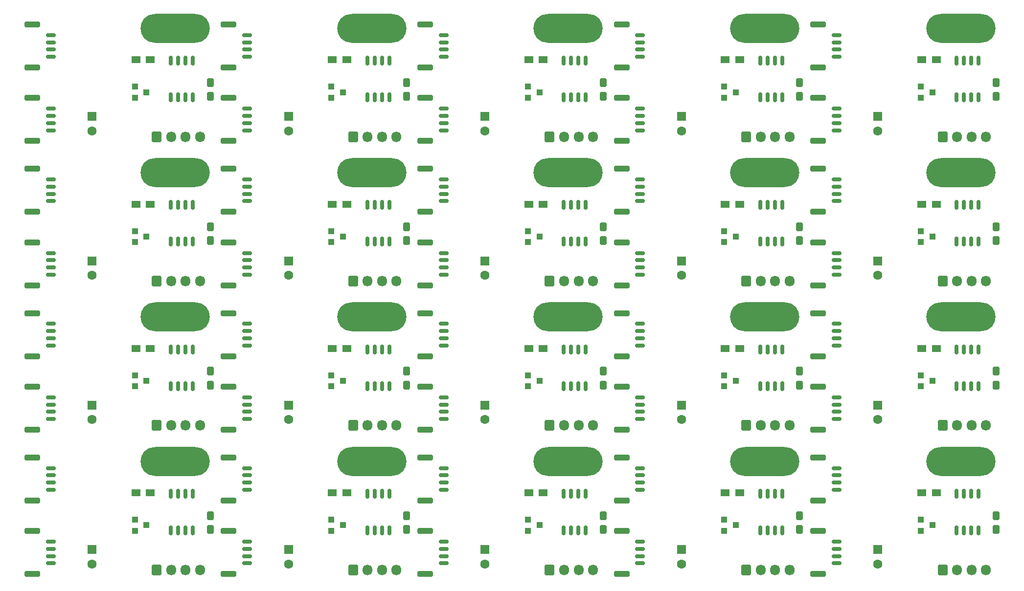
<source format=gbr>
%TF.GenerationSoftware,KiCad,Pcbnew,8.0.4*%
%TF.CreationDate,2024-11-04T15:17:51+09:00*%
%TF.ProjectId,L-CON RS485 V2.0,4c2d434f-4e20-4525-9334-38352056322e,rev?*%
%TF.SameCoordinates,Original*%
%TF.FileFunction,Soldermask,Top*%
%TF.FilePolarity,Negative*%
%FSLAX46Y46*%
G04 Gerber Fmt 4.6, Leading zero omitted, Abs format (unit mm)*
G04 Created by KiCad (PCBNEW 8.0.4) date 2024-11-04 15:17:51*
%MOMM*%
%LPD*%
G01*
G04 APERTURE LIST*
G04 Aperture macros list*
%AMRoundRect*
0 Rectangle with rounded corners*
0 $1 Rounding radius*
0 $2 $3 $4 $5 $6 $7 $8 $9 X,Y pos of 4 corners*
0 Add a 4 corners polygon primitive as box body*
4,1,4,$2,$3,$4,$5,$6,$7,$8,$9,$2,$3,0*
0 Add four circle primitives for the rounded corners*
1,1,$1+$1,$2,$3*
1,1,$1+$1,$4,$5*
1,1,$1+$1,$6,$7*
1,1,$1+$1,$8,$9*
0 Add four rect primitives between the rounded corners*
20,1,$1+$1,$2,$3,$4,$5,0*
20,1,$1+$1,$4,$5,$6,$7,0*
20,1,$1+$1,$6,$7,$8,$9,0*
20,1,$1+$1,$8,$9,$2,$3,0*%
G04 Aperture macros list end*
%ADD10RoundRect,0.249900X-0.600100X-0.675100X0.600100X-0.675100X0.600100X0.675100X-0.600100X0.675100X0*%
%ADD11O,1.700000X1.850000*%
%ADD12R,1.600000X1.600000*%
%ADD13C,1.600000*%
%ADD14RoundRect,0.163800X-0.136200X0.711200X-0.136200X-0.711200X0.136200X-0.711200X0.136200X0.711200X0*%
%ADD15RoundRect,0.150000X-0.700000X0.150000X-0.700000X-0.150000X0.700000X-0.150000X0.700000X0.150000X0*%
%ADD16RoundRect,0.250000X-1.100000X0.250000X-1.100000X-0.250000X1.100000X-0.250000X1.100000X0.250000X0*%
%ADD17R,1.500000X1.250000*%
%ADD18R,1.100000X1.000000*%
%ADD19O,12.000000X5.000000*%
%ADD20RoundRect,0.312500X-0.312500X0.437500X-0.312500X-0.437500X0.312500X-0.437500X0.312500X0.437500X0*%
G04 APERTURE END LIST*
D10*
%TO.C,J11*%
X198750000Y-141000000D03*
D11*
X201250000Y-141000000D03*
X203750000Y-141000000D03*
X206250000Y-141000000D03*
%TD*%
D12*
%TO.C,C7*%
X187562000Y-137484000D03*
D13*
X187562000Y-139984000D03*
%TD*%
D14*
%TO.C,U4*%
X205000000Y-127825000D03*
X203730000Y-127825000D03*
X202460000Y-127825000D03*
X201190000Y-127825000D03*
X201190000Y-134175000D03*
X202460000Y-134175000D03*
X203730000Y-134175000D03*
X205000000Y-134175000D03*
%TD*%
D15*
%TO.C,J1*%
X180410000Y-136135000D03*
X180410000Y-137385000D03*
X180410000Y-138635000D03*
X180410000Y-139885000D03*
D16*
X177210000Y-134285000D03*
X177210000Y-141735000D03*
%TD*%
D17*
%TO.C,D6*%
X195140000Y-127670000D03*
X197640000Y-127670000D03*
%TD*%
D18*
%TO.C,D1*%
X194975000Y-132325000D03*
X194975000Y-134225000D03*
X196975000Y-133275000D03*
%TD*%
D15*
%TO.C,J4*%
X180400000Y-123395000D03*
X180400000Y-124645000D03*
X180400000Y-125895000D03*
X180400000Y-127145000D03*
D16*
X177200000Y-121545000D03*
X177200000Y-128995000D03*
%TD*%
D19*
%TO.C,J3*%
X201950000Y-122200000D03*
%TD*%
D20*
%TO.C,C3*%
X208000000Y-131600000D03*
X208000000Y-134000000D03*
%TD*%
D10*
%TO.C,J11*%
X164750000Y-141000000D03*
D11*
X167250000Y-141000000D03*
X169750000Y-141000000D03*
X172250000Y-141000000D03*
%TD*%
D12*
%TO.C,C7*%
X153562000Y-137484000D03*
D13*
X153562000Y-139984000D03*
%TD*%
D14*
%TO.C,U4*%
X171000000Y-127825000D03*
X169730000Y-127825000D03*
X168460000Y-127825000D03*
X167190000Y-127825000D03*
X167190000Y-134175000D03*
X168460000Y-134175000D03*
X169730000Y-134175000D03*
X171000000Y-134175000D03*
%TD*%
D15*
%TO.C,J1*%
X146410000Y-136135000D03*
X146410000Y-137385000D03*
X146410000Y-138635000D03*
X146410000Y-139885000D03*
D16*
X143210000Y-134285000D03*
X143210000Y-141735000D03*
%TD*%
D17*
%TO.C,D6*%
X161140000Y-127670000D03*
X163640000Y-127670000D03*
%TD*%
D18*
%TO.C,D1*%
X160975000Y-132325000D03*
X160975000Y-134225000D03*
X162975000Y-133275000D03*
%TD*%
D15*
%TO.C,J4*%
X146400000Y-123395000D03*
X146400000Y-124645000D03*
X146400000Y-125895000D03*
X146400000Y-127145000D03*
D16*
X143200000Y-121545000D03*
X143200000Y-128995000D03*
%TD*%
D19*
%TO.C,J3*%
X167950000Y-122200000D03*
%TD*%
D20*
%TO.C,C3*%
X174000000Y-131600000D03*
X174000000Y-134000000D03*
%TD*%
D10*
%TO.C,J11*%
X130750000Y-141000000D03*
D11*
X133250000Y-141000000D03*
X135750000Y-141000000D03*
X138250000Y-141000000D03*
%TD*%
D12*
%TO.C,C7*%
X119562000Y-137484000D03*
D13*
X119562000Y-139984000D03*
%TD*%
D14*
%TO.C,U4*%
X137000000Y-127825000D03*
X135730000Y-127825000D03*
X134460000Y-127825000D03*
X133190000Y-127825000D03*
X133190000Y-134175000D03*
X134460000Y-134175000D03*
X135730000Y-134175000D03*
X137000000Y-134175000D03*
%TD*%
D15*
%TO.C,J1*%
X112410000Y-136135000D03*
X112410000Y-137385000D03*
X112410000Y-138635000D03*
X112410000Y-139885000D03*
D16*
X109210000Y-134285000D03*
X109210000Y-141735000D03*
%TD*%
D17*
%TO.C,D6*%
X127140000Y-127670000D03*
X129640000Y-127670000D03*
%TD*%
D18*
%TO.C,D1*%
X126975000Y-132325000D03*
X126975000Y-134225000D03*
X128975000Y-133275000D03*
%TD*%
D15*
%TO.C,J4*%
X112400000Y-123395000D03*
X112400000Y-124645000D03*
X112400000Y-125895000D03*
X112400000Y-127145000D03*
D16*
X109200000Y-121545000D03*
X109200000Y-128995000D03*
%TD*%
D19*
%TO.C,J3*%
X133950000Y-122200000D03*
%TD*%
D20*
%TO.C,C3*%
X140000000Y-131600000D03*
X140000000Y-134000000D03*
%TD*%
D10*
%TO.C,J11*%
X96750000Y-141000000D03*
D11*
X99250000Y-141000000D03*
X101750000Y-141000000D03*
X104250000Y-141000000D03*
%TD*%
D12*
%TO.C,C7*%
X85562000Y-137484000D03*
D13*
X85562000Y-139984000D03*
%TD*%
D14*
%TO.C,U4*%
X103000000Y-127825000D03*
X101730000Y-127825000D03*
X100460000Y-127825000D03*
X99190000Y-127825000D03*
X99190000Y-134175000D03*
X100460000Y-134175000D03*
X101730000Y-134175000D03*
X103000000Y-134175000D03*
%TD*%
D15*
%TO.C,J1*%
X78410000Y-136135000D03*
X78410000Y-137385000D03*
X78410000Y-138635000D03*
X78410000Y-139885000D03*
D16*
X75210000Y-134285000D03*
X75210000Y-141735000D03*
%TD*%
D17*
%TO.C,D6*%
X93140000Y-127670000D03*
X95640000Y-127670000D03*
%TD*%
D18*
%TO.C,D1*%
X92975000Y-132325000D03*
X92975000Y-134225000D03*
X94975000Y-133275000D03*
%TD*%
D15*
%TO.C,J4*%
X78400000Y-123395000D03*
X78400000Y-124645000D03*
X78400000Y-125895000D03*
X78400000Y-127145000D03*
D16*
X75200000Y-121545000D03*
X75200000Y-128995000D03*
%TD*%
D19*
%TO.C,J3*%
X99950000Y-122200000D03*
%TD*%
D20*
%TO.C,C3*%
X106000000Y-131600000D03*
X106000000Y-134000000D03*
%TD*%
D10*
%TO.C,J11*%
X62750000Y-141000000D03*
D11*
X65250000Y-141000000D03*
X67750000Y-141000000D03*
X70250000Y-141000000D03*
%TD*%
D12*
%TO.C,C7*%
X51562000Y-137484000D03*
D13*
X51562000Y-139984000D03*
%TD*%
D14*
%TO.C,U4*%
X69000000Y-127825000D03*
X67730000Y-127825000D03*
X66460000Y-127825000D03*
X65190000Y-127825000D03*
X65190000Y-134175000D03*
X66460000Y-134175000D03*
X67730000Y-134175000D03*
X69000000Y-134175000D03*
%TD*%
D15*
%TO.C,J1*%
X44410000Y-136135000D03*
X44410000Y-137385000D03*
X44410000Y-138635000D03*
X44410000Y-139885000D03*
D16*
X41210000Y-134285000D03*
X41210000Y-141735000D03*
%TD*%
D17*
%TO.C,D6*%
X59140000Y-127670000D03*
X61640000Y-127670000D03*
%TD*%
D18*
%TO.C,D1*%
X58975000Y-132325000D03*
X58975000Y-134225000D03*
X60975000Y-133275000D03*
%TD*%
D15*
%TO.C,J4*%
X44400000Y-123395000D03*
X44400000Y-124645000D03*
X44400000Y-125895000D03*
X44400000Y-127145000D03*
D16*
X41200000Y-121545000D03*
X41200000Y-128995000D03*
%TD*%
D19*
%TO.C,J3*%
X65950000Y-122200000D03*
%TD*%
D20*
%TO.C,C3*%
X72000000Y-131600000D03*
X72000000Y-134000000D03*
%TD*%
D10*
%TO.C,J11*%
X198750000Y-116000000D03*
D11*
X201250000Y-116000000D03*
X203750000Y-116000000D03*
X206250000Y-116000000D03*
%TD*%
D12*
%TO.C,C7*%
X187562000Y-112484000D03*
D13*
X187562000Y-114984000D03*
%TD*%
D14*
%TO.C,U4*%
X205000000Y-102825000D03*
X203730000Y-102825000D03*
X202460000Y-102825000D03*
X201190000Y-102825000D03*
X201190000Y-109175000D03*
X202460000Y-109175000D03*
X203730000Y-109175000D03*
X205000000Y-109175000D03*
%TD*%
D15*
%TO.C,J1*%
X180410000Y-111135000D03*
X180410000Y-112385000D03*
X180410000Y-113635000D03*
X180410000Y-114885000D03*
D16*
X177210000Y-109285000D03*
X177210000Y-116735000D03*
%TD*%
D17*
%TO.C,D6*%
X195140000Y-102670000D03*
X197640000Y-102670000D03*
%TD*%
D18*
%TO.C,D1*%
X194975000Y-107325000D03*
X194975000Y-109225000D03*
X196975000Y-108275000D03*
%TD*%
D15*
%TO.C,J4*%
X180400000Y-98395000D03*
X180400000Y-99645000D03*
X180400000Y-100895000D03*
X180400000Y-102145000D03*
D16*
X177200000Y-96545000D03*
X177200000Y-103995000D03*
%TD*%
D19*
%TO.C,J3*%
X201950000Y-97200000D03*
%TD*%
D20*
%TO.C,C3*%
X208000000Y-106600000D03*
X208000000Y-109000000D03*
%TD*%
D10*
%TO.C,J11*%
X164750000Y-116000000D03*
D11*
X167250000Y-116000000D03*
X169750000Y-116000000D03*
X172250000Y-116000000D03*
%TD*%
D12*
%TO.C,C7*%
X153562000Y-112484000D03*
D13*
X153562000Y-114984000D03*
%TD*%
D14*
%TO.C,U4*%
X171000000Y-102825000D03*
X169730000Y-102825000D03*
X168460000Y-102825000D03*
X167190000Y-102825000D03*
X167190000Y-109175000D03*
X168460000Y-109175000D03*
X169730000Y-109175000D03*
X171000000Y-109175000D03*
%TD*%
D15*
%TO.C,J1*%
X146410000Y-111135000D03*
X146410000Y-112385000D03*
X146410000Y-113635000D03*
X146410000Y-114885000D03*
D16*
X143210000Y-109285000D03*
X143210000Y-116735000D03*
%TD*%
D17*
%TO.C,D6*%
X161140000Y-102670000D03*
X163640000Y-102670000D03*
%TD*%
D18*
%TO.C,D1*%
X160975000Y-107325000D03*
X160975000Y-109225000D03*
X162975000Y-108275000D03*
%TD*%
D15*
%TO.C,J4*%
X146400000Y-98395000D03*
X146400000Y-99645000D03*
X146400000Y-100895000D03*
X146400000Y-102145000D03*
D16*
X143200000Y-96545000D03*
X143200000Y-103995000D03*
%TD*%
D19*
%TO.C,J3*%
X167950000Y-97200000D03*
%TD*%
D20*
%TO.C,C3*%
X174000000Y-106600000D03*
X174000000Y-109000000D03*
%TD*%
D10*
%TO.C,J11*%
X130750000Y-116000000D03*
D11*
X133250000Y-116000000D03*
X135750000Y-116000000D03*
X138250000Y-116000000D03*
%TD*%
D12*
%TO.C,C7*%
X119562000Y-112484000D03*
D13*
X119562000Y-114984000D03*
%TD*%
D14*
%TO.C,U4*%
X137000000Y-102825000D03*
X135730000Y-102825000D03*
X134460000Y-102825000D03*
X133190000Y-102825000D03*
X133190000Y-109175000D03*
X134460000Y-109175000D03*
X135730000Y-109175000D03*
X137000000Y-109175000D03*
%TD*%
D15*
%TO.C,J1*%
X112410000Y-111135000D03*
X112410000Y-112385000D03*
X112410000Y-113635000D03*
X112410000Y-114885000D03*
D16*
X109210000Y-109285000D03*
X109210000Y-116735000D03*
%TD*%
D17*
%TO.C,D6*%
X127140000Y-102670000D03*
X129640000Y-102670000D03*
%TD*%
D18*
%TO.C,D1*%
X126975000Y-107325000D03*
X126975000Y-109225000D03*
X128975000Y-108275000D03*
%TD*%
D15*
%TO.C,J4*%
X112400000Y-98395000D03*
X112400000Y-99645000D03*
X112400000Y-100895000D03*
X112400000Y-102145000D03*
D16*
X109200000Y-96545000D03*
X109200000Y-103995000D03*
%TD*%
D19*
%TO.C,J3*%
X133950000Y-97200000D03*
%TD*%
D20*
%TO.C,C3*%
X140000000Y-106600000D03*
X140000000Y-109000000D03*
%TD*%
D10*
%TO.C,J11*%
X96750000Y-116000000D03*
D11*
X99250000Y-116000000D03*
X101750000Y-116000000D03*
X104250000Y-116000000D03*
%TD*%
D12*
%TO.C,C7*%
X85562000Y-112484000D03*
D13*
X85562000Y-114984000D03*
%TD*%
D14*
%TO.C,U4*%
X103000000Y-102825000D03*
X101730000Y-102825000D03*
X100460000Y-102825000D03*
X99190000Y-102825000D03*
X99190000Y-109175000D03*
X100460000Y-109175000D03*
X101730000Y-109175000D03*
X103000000Y-109175000D03*
%TD*%
D15*
%TO.C,J1*%
X78410000Y-111135000D03*
X78410000Y-112385000D03*
X78410000Y-113635000D03*
X78410000Y-114885000D03*
D16*
X75210000Y-109285000D03*
X75210000Y-116735000D03*
%TD*%
D17*
%TO.C,D6*%
X93140000Y-102670000D03*
X95640000Y-102670000D03*
%TD*%
D18*
%TO.C,D1*%
X92975000Y-107325000D03*
X92975000Y-109225000D03*
X94975000Y-108275000D03*
%TD*%
D15*
%TO.C,J4*%
X78400000Y-98395000D03*
X78400000Y-99645000D03*
X78400000Y-100895000D03*
X78400000Y-102145000D03*
D16*
X75200000Y-96545000D03*
X75200000Y-103995000D03*
%TD*%
D19*
%TO.C,J3*%
X99950000Y-97200000D03*
%TD*%
D20*
%TO.C,C3*%
X106000000Y-106600000D03*
X106000000Y-109000000D03*
%TD*%
D10*
%TO.C,J11*%
X62750000Y-116000000D03*
D11*
X65250000Y-116000000D03*
X67750000Y-116000000D03*
X70250000Y-116000000D03*
%TD*%
D12*
%TO.C,C7*%
X51562000Y-112484000D03*
D13*
X51562000Y-114984000D03*
%TD*%
D14*
%TO.C,U4*%
X69000000Y-102825000D03*
X67730000Y-102825000D03*
X66460000Y-102825000D03*
X65190000Y-102825000D03*
X65190000Y-109175000D03*
X66460000Y-109175000D03*
X67730000Y-109175000D03*
X69000000Y-109175000D03*
%TD*%
D15*
%TO.C,J1*%
X44410000Y-111135000D03*
X44410000Y-112385000D03*
X44410000Y-113635000D03*
X44410000Y-114885000D03*
D16*
X41210000Y-109285000D03*
X41210000Y-116735000D03*
%TD*%
D17*
%TO.C,D6*%
X59140000Y-102670000D03*
X61640000Y-102670000D03*
%TD*%
D18*
%TO.C,D1*%
X58975000Y-107325000D03*
X58975000Y-109225000D03*
X60975000Y-108275000D03*
%TD*%
D15*
%TO.C,J4*%
X44400000Y-98395000D03*
X44400000Y-99645000D03*
X44400000Y-100895000D03*
X44400000Y-102145000D03*
D16*
X41200000Y-96545000D03*
X41200000Y-103995000D03*
%TD*%
D19*
%TO.C,J3*%
X65950000Y-97200000D03*
%TD*%
D20*
%TO.C,C3*%
X72000000Y-106600000D03*
X72000000Y-109000000D03*
%TD*%
D10*
%TO.C,J11*%
X198750000Y-91000000D03*
D11*
X201250000Y-91000000D03*
X203750000Y-91000000D03*
X206250000Y-91000000D03*
%TD*%
D12*
%TO.C,C7*%
X187562000Y-87484000D03*
D13*
X187562000Y-89984000D03*
%TD*%
D14*
%TO.C,U4*%
X205000000Y-77825000D03*
X203730000Y-77825000D03*
X202460000Y-77825000D03*
X201190000Y-77825000D03*
X201190000Y-84175000D03*
X202460000Y-84175000D03*
X203730000Y-84175000D03*
X205000000Y-84175000D03*
%TD*%
D15*
%TO.C,J1*%
X180410000Y-86135000D03*
X180410000Y-87385000D03*
X180410000Y-88635000D03*
X180410000Y-89885000D03*
D16*
X177210000Y-84285000D03*
X177210000Y-91735000D03*
%TD*%
D17*
%TO.C,D6*%
X195140000Y-77670000D03*
X197640000Y-77670000D03*
%TD*%
D18*
%TO.C,D1*%
X194975000Y-82325000D03*
X194975000Y-84225000D03*
X196975000Y-83275000D03*
%TD*%
D15*
%TO.C,J4*%
X180400000Y-73395000D03*
X180400000Y-74645000D03*
X180400000Y-75895000D03*
X180400000Y-77145000D03*
D16*
X177200000Y-71545000D03*
X177200000Y-78995000D03*
%TD*%
D19*
%TO.C,J3*%
X201950000Y-72200000D03*
%TD*%
D20*
%TO.C,C3*%
X208000000Y-81600000D03*
X208000000Y-84000000D03*
%TD*%
D10*
%TO.C,J11*%
X164750000Y-91000000D03*
D11*
X167250000Y-91000000D03*
X169750000Y-91000000D03*
X172250000Y-91000000D03*
%TD*%
D12*
%TO.C,C7*%
X153562000Y-87484000D03*
D13*
X153562000Y-89984000D03*
%TD*%
D14*
%TO.C,U4*%
X171000000Y-77825000D03*
X169730000Y-77825000D03*
X168460000Y-77825000D03*
X167190000Y-77825000D03*
X167190000Y-84175000D03*
X168460000Y-84175000D03*
X169730000Y-84175000D03*
X171000000Y-84175000D03*
%TD*%
D15*
%TO.C,J1*%
X146410000Y-86135000D03*
X146410000Y-87385000D03*
X146410000Y-88635000D03*
X146410000Y-89885000D03*
D16*
X143210000Y-84285000D03*
X143210000Y-91735000D03*
%TD*%
D17*
%TO.C,D6*%
X161140000Y-77670000D03*
X163640000Y-77670000D03*
%TD*%
D18*
%TO.C,D1*%
X160975000Y-82325000D03*
X160975000Y-84225000D03*
X162975000Y-83275000D03*
%TD*%
D15*
%TO.C,J4*%
X146400000Y-73395000D03*
X146400000Y-74645000D03*
X146400000Y-75895000D03*
X146400000Y-77145000D03*
D16*
X143200000Y-71545000D03*
X143200000Y-78995000D03*
%TD*%
D19*
%TO.C,J3*%
X167950000Y-72200000D03*
%TD*%
D20*
%TO.C,C3*%
X174000000Y-81600000D03*
X174000000Y-84000000D03*
%TD*%
D10*
%TO.C,J11*%
X130750000Y-91000000D03*
D11*
X133250000Y-91000000D03*
X135750000Y-91000000D03*
X138250000Y-91000000D03*
%TD*%
D12*
%TO.C,C7*%
X119562000Y-87484000D03*
D13*
X119562000Y-89984000D03*
%TD*%
D14*
%TO.C,U4*%
X137000000Y-77825000D03*
X135730000Y-77825000D03*
X134460000Y-77825000D03*
X133190000Y-77825000D03*
X133190000Y-84175000D03*
X134460000Y-84175000D03*
X135730000Y-84175000D03*
X137000000Y-84175000D03*
%TD*%
D15*
%TO.C,J1*%
X112410000Y-86135000D03*
X112410000Y-87385000D03*
X112410000Y-88635000D03*
X112410000Y-89885000D03*
D16*
X109210000Y-84285000D03*
X109210000Y-91735000D03*
%TD*%
D17*
%TO.C,D6*%
X127140000Y-77670000D03*
X129640000Y-77670000D03*
%TD*%
D18*
%TO.C,D1*%
X126975000Y-82325000D03*
X126975000Y-84225000D03*
X128975000Y-83275000D03*
%TD*%
D15*
%TO.C,J4*%
X112400000Y-73395000D03*
X112400000Y-74645000D03*
X112400000Y-75895000D03*
X112400000Y-77145000D03*
D16*
X109200000Y-71545000D03*
X109200000Y-78995000D03*
%TD*%
D19*
%TO.C,J3*%
X133950000Y-72200000D03*
%TD*%
D20*
%TO.C,C3*%
X140000000Y-81600000D03*
X140000000Y-84000000D03*
%TD*%
D10*
%TO.C,J11*%
X96750000Y-91000000D03*
D11*
X99250000Y-91000000D03*
X101750000Y-91000000D03*
X104250000Y-91000000D03*
%TD*%
D12*
%TO.C,C7*%
X85562000Y-87484000D03*
D13*
X85562000Y-89984000D03*
%TD*%
D14*
%TO.C,U4*%
X103000000Y-77825000D03*
X101730000Y-77825000D03*
X100460000Y-77825000D03*
X99190000Y-77825000D03*
X99190000Y-84175000D03*
X100460000Y-84175000D03*
X101730000Y-84175000D03*
X103000000Y-84175000D03*
%TD*%
D15*
%TO.C,J1*%
X78410000Y-86135000D03*
X78410000Y-87385000D03*
X78410000Y-88635000D03*
X78410000Y-89885000D03*
D16*
X75210000Y-84285000D03*
X75210000Y-91735000D03*
%TD*%
D17*
%TO.C,D6*%
X93140000Y-77670000D03*
X95640000Y-77670000D03*
%TD*%
D18*
%TO.C,D1*%
X92975000Y-82325000D03*
X92975000Y-84225000D03*
X94975000Y-83275000D03*
%TD*%
D15*
%TO.C,J4*%
X78400000Y-73395000D03*
X78400000Y-74645000D03*
X78400000Y-75895000D03*
X78400000Y-77145000D03*
D16*
X75200000Y-71545000D03*
X75200000Y-78995000D03*
%TD*%
D19*
%TO.C,J3*%
X99950000Y-72200000D03*
%TD*%
D20*
%TO.C,C3*%
X106000000Y-81600000D03*
X106000000Y-84000000D03*
%TD*%
D10*
%TO.C,J11*%
X62750000Y-91000000D03*
D11*
X65250000Y-91000000D03*
X67750000Y-91000000D03*
X70250000Y-91000000D03*
%TD*%
D12*
%TO.C,C7*%
X51562000Y-87484000D03*
D13*
X51562000Y-89984000D03*
%TD*%
D14*
%TO.C,U4*%
X69000000Y-77825000D03*
X67730000Y-77825000D03*
X66460000Y-77825000D03*
X65190000Y-77825000D03*
X65190000Y-84175000D03*
X66460000Y-84175000D03*
X67730000Y-84175000D03*
X69000000Y-84175000D03*
%TD*%
D15*
%TO.C,J1*%
X44410000Y-86135000D03*
X44410000Y-87385000D03*
X44410000Y-88635000D03*
X44410000Y-89885000D03*
D16*
X41210000Y-84285000D03*
X41210000Y-91735000D03*
%TD*%
D17*
%TO.C,D6*%
X59140000Y-77670000D03*
X61640000Y-77670000D03*
%TD*%
D18*
%TO.C,D1*%
X58975000Y-82325000D03*
X58975000Y-84225000D03*
X60975000Y-83275000D03*
%TD*%
D15*
%TO.C,J4*%
X44400000Y-73395000D03*
X44400000Y-74645000D03*
X44400000Y-75895000D03*
X44400000Y-77145000D03*
D16*
X41200000Y-71545000D03*
X41200000Y-78995000D03*
%TD*%
D19*
%TO.C,J3*%
X65950000Y-72200000D03*
%TD*%
D20*
%TO.C,C3*%
X72000000Y-81600000D03*
X72000000Y-84000000D03*
%TD*%
D10*
%TO.C,J11*%
X198750000Y-66000000D03*
D11*
X201250000Y-66000000D03*
X203750000Y-66000000D03*
X206250000Y-66000000D03*
%TD*%
D12*
%TO.C,C7*%
X187562000Y-62484000D03*
D13*
X187562000Y-64984000D03*
%TD*%
D14*
%TO.C,U4*%
X205000000Y-52825000D03*
X203730000Y-52825000D03*
X202460000Y-52825000D03*
X201190000Y-52825000D03*
X201190000Y-59175000D03*
X202460000Y-59175000D03*
X203730000Y-59175000D03*
X205000000Y-59175000D03*
%TD*%
D15*
%TO.C,J1*%
X180410000Y-61135000D03*
X180410000Y-62385000D03*
X180410000Y-63635000D03*
X180410000Y-64885000D03*
D16*
X177210000Y-59285000D03*
X177210000Y-66735000D03*
%TD*%
D17*
%TO.C,D6*%
X195140000Y-52670000D03*
X197640000Y-52670000D03*
%TD*%
D18*
%TO.C,D1*%
X194975000Y-57325000D03*
X194975000Y-59225000D03*
X196975000Y-58275000D03*
%TD*%
D15*
%TO.C,J4*%
X180400000Y-48395000D03*
X180400000Y-49645000D03*
X180400000Y-50895000D03*
X180400000Y-52145000D03*
D16*
X177200000Y-46545000D03*
X177200000Y-53995000D03*
%TD*%
D19*
%TO.C,J3*%
X201950000Y-47200000D03*
%TD*%
D20*
%TO.C,C3*%
X208000000Y-56600000D03*
X208000000Y-59000000D03*
%TD*%
D10*
%TO.C,J11*%
X164750000Y-66000000D03*
D11*
X167250000Y-66000000D03*
X169750000Y-66000000D03*
X172250000Y-66000000D03*
%TD*%
D12*
%TO.C,C7*%
X153562000Y-62484000D03*
D13*
X153562000Y-64984000D03*
%TD*%
D14*
%TO.C,U4*%
X171000000Y-52825000D03*
X169730000Y-52825000D03*
X168460000Y-52825000D03*
X167190000Y-52825000D03*
X167190000Y-59175000D03*
X168460000Y-59175000D03*
X169730000Y-59175000D03*
X171000000Y-59175000D03*
%TD*%
D15*
%TO.C,J1*%
X146410000Y-61135000D03*
X146410000Y-62385000D03*
X146410000Y-63635000D03*
X146410000Y-64885000D03*
D16*
X143210000Y-59285000D03*
X143210000Y-66735000D03*
%TD*%
D17*
%TO.C,D6*%
X161140000Y-52670000D03*
X163640000Y-52670000D03*
%TD*%
D18*
%TO.C,D1*%
X160975000Y-57325000D03*
X160975000Y-59225000D03*
X162975000Y-58275000D03*
%TD*%
D15*
%TO.C,J4*%
X146400000Y-48395000D03*
X146400000Y-49645000D03*
X146400000Y-50895000D03*
X146400000Y-52145000D03*
D16*
X143200000Y-46545000D03*
X143200000Y-53995000D03*
%TD*%
D19*
%TO.C,J3*%
X167950000Y-47200000D03*
%TD*%
D20*
%TO.C,C3*%
X174000000Y-56600000D03*
X174000000Y-59000000D03*
%TD*%
D10*
%TO.C,J11*%
X130750000Y-66000000D03*
D11*
X133250000Y-66000000D03*
X135750000Y-66000000D03*
X138250000Y-66000000D03*
%TD*%
D12*
%TO.C,C7*%
X119562000Y-62484000D03*
D13*
X119562000Y-64984000D03*
%TD*%
D14*
%TO.C,U4*%
X137000000Y-52825000D03*
X135730000Y-52825000D03*
X134460000Y-52825000D03*
X133190000Y-52825000D03*
X133190000Y-59175000D03*
X134460000Y-59175000D03*
X135730000Y-59175000D03*
X137000000Y-59175000D03*
%TD*%
D15*
%TO.C,J1*%
X112410000Y-61135000D03*
X112410000Y-62385000D03*
X112410000Y-63635000D03*
X112410000Y-64885000D03*
D16*
X109210000Y-59285000D03*
X109210000Y-66735000D03*
%TD*%
D17*
%TO.C,D6*%
X127140000Y-52670000D03*
X129640000Y-52670000D03*
%TD*%
D18*
%TO.C,D1*%
X126975000Y-57325000D03*
X126975000Y-59225000D03*
X128975000Y-58275000D03*
%TD*%
D15*
%TO.C,J4*%
X112400000Y-48395000D03*
X112400000Y-49645000D03*
X112400000Y-50895000D03*
X112400000Y-52145000D03*
D16*
X109200000Y-46545000D03*
X109200000Y-53995000D03*
%TD*%
D19*
%TO.C,J3*%
X133950000Y-47200000D03*
%TD*%
D20*
%TO.C,C3*%
X140000000Y-56600000D03*
X140000000Y-59000000D03*
%TD*%
D10*
%TO.C,J11*%
X96750000Y-66000000D03*
D11*
X99250000Y-66000000D03*
X101750000Y-66000000D03*
X104250000Y-66000000D03*
%TD*%
D12*
%TO.C,C7*%
X85562000Y-62484000D03*
D13*
X85562000Y-64984000D03*
%TD*%
D14*
%TO.C,U4*%
X103000000Y-52825000D03*
X101730000Y-52825000D03*
X100460000Y-52825000D03*
X99190000Y-52825000D03*
X99190000Y-59175000D03*
X100460000Y-59175000D03*
X101730000Y-59175000D03*
X103000000Y-59175000D03*
%TD*%
D15*
%TO.C,J1*%
X78410000Y-61135000D03*
X78410000Y-62385000D03*
X78410000Y-63635000D03*
X78410000Y-64885000D03*
D16*
X75210000Y-59285000D03*
X75210000Y-66735000D03*
%TD*%
D17*
%TO.C,D6*%
X93140000Y-52670000D03*
X95640000Y-52670000D03*
%TD*%
D18*
%TO.C,D1*%
X92975000Y-57325000D03*
X92975000Y-59225000D03*
X94975000Y-58275000D03*
%TD*%
D15*
%TO.C,J4*%
X78400000Y-48395000D03*
X78400000Y-49645000D03*
X78400000Y-50895000D03*
X78400000Y-52145000D03*
D16*
X75200000Y-46545000D03*
X75200000Y-53995000D03*
%TD*%
D19*
%TO.C,J3*%
X99950000Y-47200000D03*
%TD*%
D20*
%TO.C,C3*%
X106000000Y-56600000D03*
X106000000Y-59000000D03*
%TD*%
D15*
%TO.C,J1*%
X44410000Y-61135000D03*
X44410000Y-62385000D03*
X44410000Y-63635000D03*
X44410000Y-64885000D03*
D16*
X41210000Y-59285000D03*
X41210000Y-66735000D03*
%TD*%
D14*
%TO.C,U4*%
X69000000Y-52825000D03*
X67730000Y-52825000D03*
X66460000Y-52825000D03*
X65190000Y-52825000D03*
X65190000Y-59175000D03*
X66460000Y-59175000D03*
X67730000Y-59175000D03*
X69000000Y-59175000D03*
%TD*%
D10*
%TO.C,J11*%
X62750000Y-66000000D03*
D11*
X65250000Y-66000000D03*
X67750000Y-66000000D03*
X70250000Y-66000000D03*
%TD*%
D19*
%TO.C,J3*%
X65950000Y-47200000D03*
%TD*%
D15*
%TO.C,J4*%
X44400000Y-48395000D03*
X44400000Y-49645000D03*
X44400000Y-50895000D03*
X44400000Y-52145000D03*
D16*
X41200000Y-46545000D03*
X41200000Y-53995000D03*
%TD*%
D20*
%TO.C,C3*%
X72000000Y-56600000D03*
X72000000Y-59000000D03*
%TD*%
D18*
%TO.C,D1*%
X58975000Y-57325000D03*
X58975000Y-59225000D03*
X60975000Y-58275000D03*
%TD*%
D17*
%TO.C,D6*%
X59140000Y-52670000D03*
X61640000Y-52670000D03*
%TD*%
D12*
%TO.C,C7*%
X51562000Y-62484000D03*
D13*
X51562000Y-64984000D03*
%TD*%
M02*

</source>
